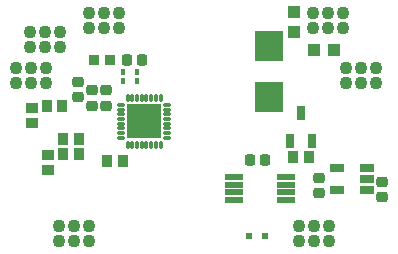
<source format=gts>
G04*
G04 #@! TF.GenerationSoftware,Altium Limited,Altium Designer,20.1.8 (145)*
G04*
G04 Layer_Color=8388736*
%FSTAX43Y43*%
%MOMM*%
G71*
G04*
G04 #@! TF.SameCoordinates,DEFF2A6E-5F0D-40BF-B6DE-29F6B0C5E57E*
G04*
G04*
G04 #@! TF.FilePolarity,Negative*
G04*
G01*
G75*
%ADD15R,1.000X0.900*%
G04:AMPARAMS|DCode=16|XSize=1mm|YSize=0.9mm|CornerRadius=0.25mm|HoleSize=0mm|Usage=FLASHONLY|Rotation=270.000|XOffset=0mm|YOffset=0mm|HoleType=Round|Shape=RoundedRectangle|*
%AMROUNDEDRECTD16*
21,1,1.000,0.400,0,0,270.0*
21,1,0.500,0.900,0,0,270.0*
1,1,0.500,-0.200,-0.250*
1,1,0.500,-0.200,0.250*
1,1,0.500,0.200,0.250*
1,1,0.500,0.200,-0.250*
%
%ADD16ROUNDEDRECTD16*%
G04:AMPARAMS|DCode=17|XSize=1mm|YSize=0.9mm|CornerRadius=0.25mm|HoleSize=0mm|Usage=FLASHONLY|Rotation=0.000|XOffset=0mm|YOffset=0mm|HoleType=Round|Shape=RoundedRectangle|*
%AMROUNDEDRECTD17*
21,1,1.000,0.400,0,0,0.0*
21,1,0.500,0.900,0,0,0.0*
1,1,0.500,0.250,-0.200*
1,1,0.500,-0.250,-0.200*
1,1,0.500,-0.250,0.200*
1,1,0.500,0.250,0.200*
%
%ADD17ROUNDEDRECTD17*%
%ADD18R,0.900X1.000*%
%ADD19R,1.550X0.550*%
%ADD20O,0.800X0.300*%
%ADD21O,0.300X0.800*%
%ADD22R,3.000X3.000*%
%ADD23R,0.700X1.200*%
%ADD24R,0.450X0.600*%
%ADD25R,0.950X0.950*%
%ADD26R,2.400X2.600*%
%ADD27R,0.600X0.500*%
%ADD28R,1.200X0.700*%
%ADD29R,1.100X1.000*%
%ADD30R,1.000X1.100*%
%ADD31C,1.100*%
%ADD32C,0.903*%
D15*
X00336Y0037475D02*
D03*
Y0038775D02*
D03*
X0035Y0034775D02*
D03*
Y0033475D02*
D03*
D16*
X005335Y0034325D02*
D03*
X005205D02*
D03*
X004295Y0042825D02*
D03*
X004165D02*
D03*
D17*
X00375Y004095D02*
D03*
Y003965D02*
D03*
X00399Y004025D02*
D03*
Y003895D02*
D03*
X00387Y004025D02*
D03*
Y003895D02*
D03*
X00579Y003285D02*
D03*
Y003155D02*
D03*
X006325Y0032525D02*
D03*
Y0031225D02*
D03*
D18*
X005705Y0034625D02*
D03*
X005575D02*
D03*
X003755Y0036125D02*
D03*
X003625D02*
D03*
X003755Y0034825D02*
D03*
X003625D02*
D03*
X0041291Y0034225D02*
D03*
X0039991D02*
D03*
X003615Y00389D02*
D03*
X003485D02*
D03*
D19*
X00551Y00329D02*
D03*
Y003225D02*
D03*
Y00316D02*
D03*
Y003095D02*
D03*
X00507D02*
D03*
Y00316D02*
D03*
Y003225D02*
D03*
Y00329D02*
D03*
D20*
X0041125Y0039025D02*
D03*
Y0038625D02*
D03*
Y0038225D02*
D03*
Y0037825D02*
D03*
Y0037425D02*
D03*
Y0037025D02*
D03*
Y0036625D02*
D03*
Y0036225D02*
D03*
X0045075D02*
D03*
Y0036625D02*
D03*
Y0037025D02*
D03*
Y0037425D02*
D03*
Y0037825D02*
D03*
Y0038225D02*
D03*
Y0038625D02*
D03*
Y0039025D02*
D03*
D21*
X00417Y003565D02*
D03*
X00421D02*
D03*
X00425D02*
D03*
X00429D02*
D03*
X00433D02*
D03*
X00437D02*
D03*
X00441D02*
D03*
X00445D02*
D03*
Y00396D02*
D03*
X00441D02*
D03*
X00437D02*
D03*
X00433D02*
D03*
X00429D02*
D03*
X00425D02*
D03*
X00421D02*
D03*
X00417D02*
D03*
D22*
X00431Y0037625D02*
D03*
D23*
X005545Y0035925D02*
D03*
X005735D02*
D03*
X00564Y0038325D02*
D03*
D24*
X00413Y0041775D02*
D03*
X00425D02*
D03*
Y0041025D02*
D03*
X00413D02*
D03*
D25*
X0038825Y0042825D02*
D03*
X0040225D02*
D03*
D26*
X00537Y0043975D02*
D03*
Y0039675D02*
D03*
D27*
X0053325Y002795D02*
D03*
X0052025D02*
D03*
D28*
X00594Y0031775D02*
D03*
Y0033675D02*
D03*
X0062D02*
D03*
Y0032725D02*
D03*
Y0031775D02*
D03*
D29*
X00558Y0045175D02*
D03*
Y0046875D02*
D03*
D30*
X005745Y0043625D02*
D03*
X005915D02*
D03*
D31*
X0060206Y0042137D02*
D03*
Y0040867D02*
D03*
X0061476Y0042137D02*
D03*
Y0040867D02*
D03*
X0062746Y0042137D02*
D03*
Y0040867D02*
D03*
X0032254Y0042137D02*
D03*
Y0040867D02*
D03*
X0033524Y0042137D02*
D03*
Y0040867D02*
D03*
X0034794Y0042137D02*
D03*
Y0040867D02*
D03*
X005994Y0046795D02*
D03*
Y0045525D02*
D03*
X005867Y0046795D02*
D03*
Y0045525D02*
D03*
X00574Y0046795D02*
D03*
Y0045525D02*
D03*
X004094Y0046795D02*
D03*
Y0045525D02*
D03*
X003967Y0046795D02*
D03*
Y0045525D02*
D03*
X00384Y0046795D02*
D03*
Y0045525D02*
D03*
X003588Y0027455D02*
D03*
Y0028725D02*
D03*
X003715Y0027455D02*
D03*
Y0028725D02*
D03*
X003842Y0027455D02*
D03*
Y0028725D02*
D03*
X0056255Y0027455D02*
D03*
Y0028725D02*
D03*
X0057525Y0027455D02*
D03*
Y0028725D02*
D03*
X0058795Y0027455D02*
D03*
Y0028725D02*
D03*
X003594Y0043905D02*
D03*
Y0045175D02*
D03*
X00334D02*
D03*
X003467D02*
D03*
X00334Y0043905D02*
D03*
X003467D02*
D03*
D32*
X00431Y0037625D02*
D03*
M02*

</source>
